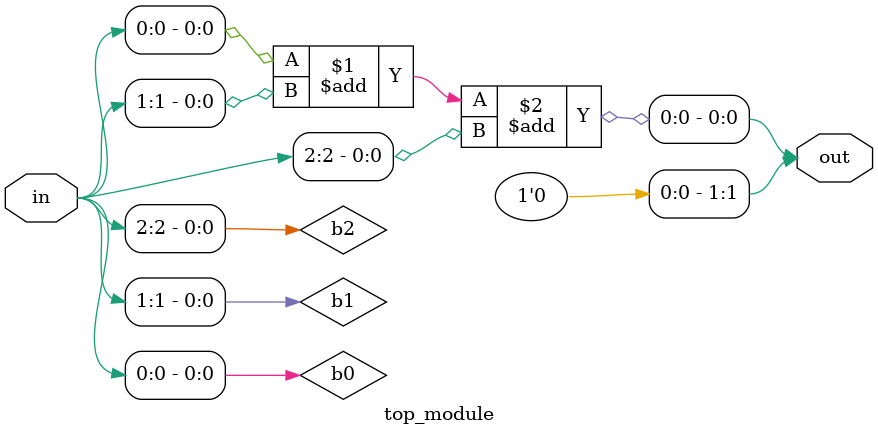
<source format=sv>
module top_module (
	input [2:0] in,
	output [1:0] out
);

	// Declare intermediate wire for each bit
	wire b0, b1, b2;
	
	// Assign intermediate wire values
	assign b0 = in[0];
	assign b1 = in[1];
	assign b2 = in[2];
	
	// Calculate population count
	assign out[0] = b0 + b1 + b2;
	assign out[1] = 0;
	
endmodule

</source>
